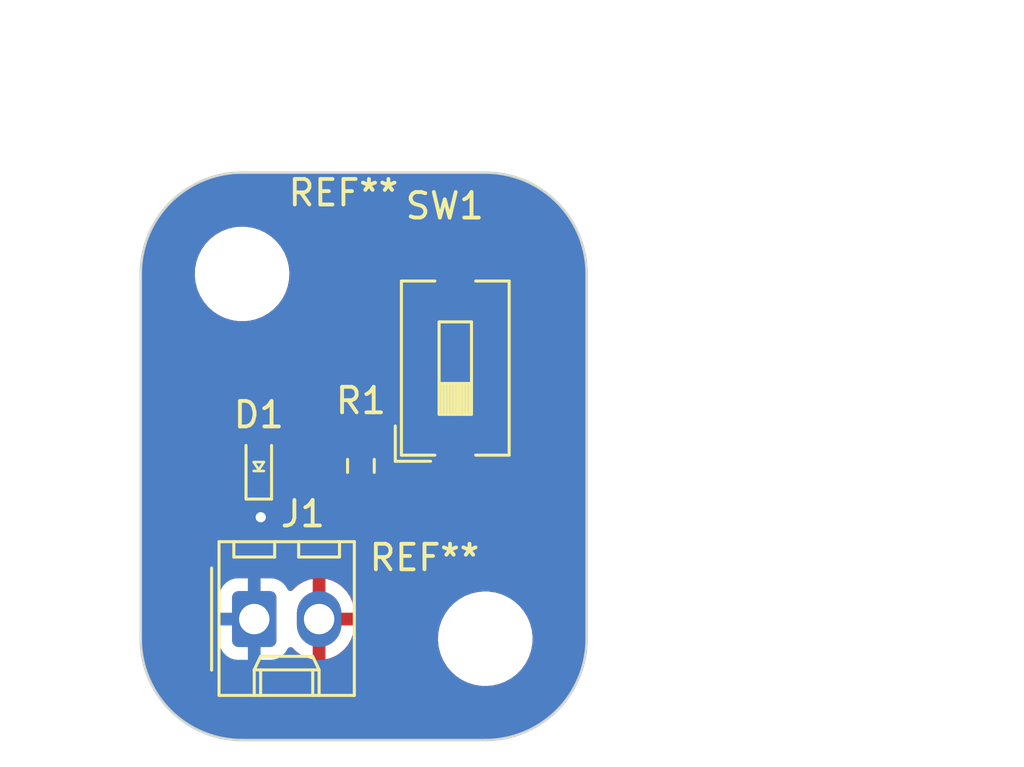
<source format=kicad_pcb>
(kicad_pcb (version 20221018) (generator pcbnew)
  (title_block (title "LED_Project") (date "2023-09-11") (rev "1.0") (company "Illini Solar Car") (comment 1 "Designed By: Emre Tan Anik"))
  (layers (0 "F.Cu" signal) (31 "B.Cu" signal) (34 "B.Paste" user) (35 "F.Paste" user) (36 "B.SilkS" user "B.Silkscreen") (37 "F.SilkS" user "F.Silkscreen") (38 "B.Mask" user) (39 "F.Mask" user) (44 "Edge.Cuts" user))
  (net 0 "")
  (net 1 "GND")
  (net 2 "Net-(D1-A)")
  (net 3 "Net-(R1-Pad1)")
  (net 4 "+3V3")
  (footprint "layout:LED_0603_Symbol_on_F.SilkS" (layer "F.Cu") (at 121.304 94.83 90)
    (fp_text reference "D1" (at 2 0 180) (layer "F.SilkS"))
    (fp_text value "LED_RED")
    (fp_line (start -1.3 -0.5) (end -1.3 0.5) (stroke (width 0.12)) (layer "F.SilkS"))
    (fp_line (start -1.3 -0.5) (end 0.8 -0.5) (stroke (width 0.12)) (layer "F.SilkS"))
    (fp_line (start -1.3 0.5) (end 0.8 0.5) (stroke (width 0.12)) (layer "F.SilkS"))
    (fp_line (start -0.2 -0.2) (end -0.2 0.2) (stroke (width 0.1)) (layer "F.SilkS"))
    (fp_line (start -0.15 0) (end 0.15 -0.2) (stroke (width 0.1)) (layer "F.SilkS"))
    (fp_line (start 0.15 -0.2) (end 0.15 0.2) (stroke (width 0.1)) (layer "F.SilkS"))
    (fp_line (start 0.15 0.2) (end -0.15 0) (stroke (width 0.1)) (layer "F.SilkS"))
    (pad "1" smd rect (at -0.8 0 270) (size 0.8 0.8) (layers "F.Cu" "F.Paste" "F.Mask") (net 1 "GND"))
    (pad "2" smd rect (at 0.8 0 270) (size 0.8 0.8) (layers "F.Cu" "F.Paste" "F.Mask") (net 2 "Net-(D1-A)"))
  )
  (footprint "Button_Switch_SMD:SW_DIP_SPSTx01_Slide_6.7x4.1mm_W8.61mm_P2.54mm_LowProfile" (layer "F.Cu") (at 129 91 90)
    (fp_text reference "SW1" (at 6.35 -0.4125 180) (layer "F.SilkS"))
    (fp_text value "SW_Push")
    (fp_line (start -3.65 -2.35) (end -3.65 -0.967) (stroke (width 0.12)) (layer "F.SilkS"))
    (fp_line (start -3.65 -2.35) (end -2.267 -2.35) (stroke (width 0.12)) (layer "F.SilkS"))
    (fp_line (start -3.41 -2.11) (end -3.41 -0.8) (stroke (width 0.12)) (layer "F.SilkS"))
    (fp_line (start -3.41 -2.11) (end 3.41 -2.11) (stroke (width 0.12)) (layer "F.SilkS"))
    (fp_line (start -3.41 0.8) (end -3.41 2.11) (stroke (width 0.12)) (layer "F.SilkS"))
    (fp_line (start -3.41 2.11) (end 3.41 2.11) (stroke (width 0.12)) (layer "F.SilkS"))
    (fp_line (start -1.81 -0.635) (end -1.81 0.635) (stroke (width 0.12)) (layer "F.SilkS"))
    (fp_line (start -1.81 -0.515) (end -0.603333 -0.515) (stroke (width 0.12)) (layer "F.SilkS"))
    (fp_line (start -1.81 -0.395) (end -0.603333 -0.395) (stroke (width 0.12)) (layer "F.SilkS"))
    (fp_line (start -1.81 -0.275) (end -0.603333 -0.275) (stroke (width 0.12)) (layer "F.SilkS"))
    (fp_line (start -1.81 -0.155) (end -0.603333 -0.155) (stroke (width 0.12)) (layer "F.SilkS"))
    (fp_line (start -1.81 -0.035) (end -0.603333 -0.035) (stroke (width 0.12)) (layer "F.SilkS"))
    (fp_line (start -1.81 0.085) (end -0.603333 0.085) (stroke (width 0.12)) (layer "F.SilkS"))
    (fp_line (start -1.81 0.205) (end -0.603333 0.205) (stroke (width 0.12)) (layer "F.SilkS"))
    (fp_line (start -1.81 0.325) (end -0.603333 0.325) (stroke (width 0.12)) (layer "F.SilkS"))
    (fp_line (start -1.81 0.445) (end -0.603333 0.445) (stroke (width 0.12)) (layer "F.SilkS"))
    (fp_line (start -1.81 0.565) (end -0.603333 0.565) (stroke (width 0.12)) (layer "F.SilkS"))
    (fp_line (start -1.81 0.635) (end 1.81 0.635) (stroke (width 0.12)) (layer "F.SilkS"))
    (fp_line (start -0.603333 -0.635) (end -0.603333 0.635) (stroke (width 0.12)) (layer "F.SilkS"))
    (fp_line (start 1.81 -0.635) (end -1.81 -0.635) (stroke (width 0.12)) (layer "F.SilkS"))
    (fp_line (start 1.81 0.635) (end 1.81 -0.635) (stroke (width 0.12)) (layer "F.SilkS"))
    (fp_line (start 3.41 -2.11) (end 3.41 -0.8) (stroke (width 0.12)) (layer "F.SilkS"))
    (fp_line (start 3.41 0.8) (end 3.41 2.11) (stroke (width 0.12)) (layer "F.SilkS"))
    (pad "1" smd rect (at -4.305 0 90) (size 2.44 1.12) (layers "F.Cu" "F.Paste" "F.Mask") (net 4 "+3V3"))
    (pad "2" smd rect (at 4.305 0 90) (size 2.44 1.12) (layers "F.Cu" "F.Paste" "F.Mask") (net 3 "Net-(R1-Pad1)"))
  )
  (footprint "MountingHole:MountingHole_3.2mm_M3" (layer "F.Cu") (at 130.175 101.6)
    (fp_text reference "REF**" (at -2.38125 -3.175) (layer "F.SilkS"))
    (fp_text value "MountingHole_3.2mm_M3")
    (pad "" np_thru_hole circle (at 0 0) (size 3.2 3.2) (drill 3.2) (layers "*.Cu" "*.Mask"))
  )
  (footprint "Connector_Molex:Molex_KK-254_AE-6410-02A_1x02_P2.54mm_Vertical" (layer "F.Cu") (at 121.126 100.83)
    (fp_text reference "J1" (at 1.90525 -4.12) (layer "F.SilkS"))
    (fp_text value "Conn_01x02")
    (fp_line (start -1.67 -2) (end -1.67 2) (stroke (width 0.12)) (layer "F.SilkS"))
    (fp_line (start -1.38 -3.03) (end -1.38 2.99) (stroke (width 0.12)) (layer "F.SilkS"))
    (fp_line (start -1.38 2.99) (end 3.92 2.99) (stroke (width 0.12)) (layer "F.SilkS"))
    (fp_line (start -0.8 -3.03) (end -0.8 -2.43) (stroke (width 0.12)) (layer "F.SilkS"))
    (fp_line (start -0.8 -2.43) (end 0.8 -2.43) (stroke (width 0.12)) (layer "F.SilkS"))
    (fp_line (start 0 1.99) (end 0.25 1.46) (stroke (width 0.12)) (layer "F.SilkS"))
    (fp_line (start 0 1.99) (end 2.54 1.99) (stroke (width 0.12)) (layer "F.SilkS"))
    (fp_line (start 0 2.99) (end 0 1.99) (stroke (width 0.12)) (layer "F.SilkS"))
    (fp_line (start 0.25 1.46) (end 2.29 1.46) (stroke (width 0.12)) (layer "F.SilkS"))
    (fp_line (start 0.25 2.99) (end 0.25 1.99) (stroke (width 0.12)) (layer "F.SilkS"))
    (fp_line (start 0.8 -2.43) (end 0.8 -3.03) (stroke (width 0.12)) (layer "F.SilkS"))
    (fp_line (start 1.74 -3.03) (end 1.74 -2.43) (stroke (width 0.12)) (layer "F.SilkS"))
    (fp_line (start 1.74 -2.43) (end 3.34 -2.43) (stroke (width 0.12)) (layer "F.SilkS"))
    (fp_line (start 2.29 1.46) (end 2.54 1.99) (stroke (width 0.12)) (layer "F.SilkS"))
    (fp_line (start 2.29 2.99) (end 2.29 1.99) (stroke (width 0.12)) (layer "F.SilkS"))
    (fp_line (start 2.54 1.99) (end 2.54 2.99) (stroke (width 0.12)) (layer "F.SilkS"))
    (fp_line (start 3.34 -2.43) (end 3.34 -3.03) (stroke (width 0.12)) (layer "F.SilkS"))
    (fp_line (start 3.92 -3.03) (end -1.38 -3.03) (stroke (width 0.12)) (layer "F.SilkS"))
    (fp_line (start 3.92 2.99) (end 3.92 -3.03) (stroke (width 0.12)) (layer "F.SilkS"))
    (pad "1" thru_hole roundrect (at 0 0) (size 1.74 2.19) (drill 1.19) (layers "*.Cu" "*.Mask") (roundrect_rratio 0.143678) (net 1 "GND"))
    (pad "2" thru_hole oval (at 2.54 0) (size 1.74 2.19) (drill 1.19) (layers "*.Cu" "*.Mask") (net 4 "+3V3"))
  )
  (footprint "MountingHole:MountingHole_3.2mm_M3" (layer "F.Cu") (at 120.65 87.3125)
    (fp_text reference "REF**" (at 3.96875 -3.175) (layer "F.SilkS"))
    (fp_text value "MountingHole_3.2mm_M3")
    (pad "" np_thru_hole circle (at 0 0) (size 3.2 3.2) (drill 3.2) (layers "*.Cu" "*.Mask"))
  )
  (footprint "Resistor_SMD:R_0603_1608Metric_Pad0.98x0.95mm_HandSolder" (layer "F.Cu") (at 125.304 94.83 -90)
    (fp_text reference "R1" (at -2.5525 0 180) (layer "F.SilkS"))
    (fp_text value "105")
    (fp_line (start -0.254724 -0.5225) (end 0.254724 -0.5225) (stroke (width 0.12)) (layer "F.SilkS"))
    (fp_line (start -0.254724 0.5225) (end 0.254724 0.5225) (stroke (width 0.12)) (layer "F.SilkS"))
    (pad "1" smd roundrect (at -0.9125 0 270) (size 0.975 0.95) (layers "F.Cu" "F.Paste" "F.Mask") (net 3 "Net-(R1-Pad1)"))
    (pad "2" smd roundrect (at 0.9125 0 270) (size 0.975 0.95) (layers "F.Cu" "F.Paste" "F.Mask") (net 2 "Net-(D1-A)"))
  )
  (gr_line (start 120.65 105.56875) (end 130.175 105.56875) (stroke (width 0.1)) (layer "Edge.Cuts"))
  (gr_arc (start 130.175 83.34375) (mid 132.98133 84.50617) (end 134.143749 87.312499) (stroke (width 0.1)) (layer "Edge.Cuts"))
  (gr_line (start 134.14375 101.6) (end 134.14375 87.3125) (stroke (width 0.1)) (layer "Edge.Cuts"))
  (gr_arc (start 134.14375 101.6) (mid 132.98133 104.40633) (end 130.175 105.56875) (stroke (width 0.1)) (layer "Edge.Cuts"))
  (gr_line (start 116.68125 101.6) (end 116.681251 87.312499) (stroke (width 0.1)) (layer "Edge.Cuts"))
  (gr_arc (start 120.65 105.56875) (mid 117.84367 104.40633) (end 116.68125 101.6) (stroke (width 0.1)) (layer "Edge.Cuts"))
  (gr_arc (start 116.681251 87.312499) (mid 117.843671 84.50617) (end 120.65 83.34375) (stroke (width 0.1)) (layer "Edge.Cuts"))
  (gr_line (start 130.175 83.34375) (end 120.65 83.34375) (stroke (width 0.1)) (layer "Edge.Cuts"))
  (segment (start 121.304 95.63) (end 121.304 96.766) (width 0.25) (layer "F.Cu") (net 1))
  (segment (start 121.304 96.766) (end 121.38 96.842) (width 0.25) (layer "F.Cu") (net 1))
  (via (at 121.38 96.842) (size 0.8) (drill 0.4) (layers "F.Cu" "B.Cu") (net 1))
  (segment (start 125.304 95.7425) (end 124.0905 95.7425) (width 0.25) (layer "F.Cu") (net 2))
  (segment (start 124.0905 95.7425) (end 122.378 94.03) (width 0.25) (layer "F.Cu") (net 2))
  (segment (start 122.378 94.03) (end 121.304 94.03) (width 0.25) (layer "F.Cu") (net 2))
  (segment (start 127.463 86.695) (end 126.46 87.698) (width 0.25) (layer "F.Cu") (net 3))
  (segment (start 126.46 87.698) (end 126.46 92.7615) (width 0.25) (layer "F.Cu") (net 3))
  (segment (start 129 86.695) (end 127.463 86.695) (width 0.25) (layer "F.Cu") (net 3))
  (segment (start 126.46 92.7615) (end 125.304 93.9175) (width 0.25) (layer "F.Cu") (net 3))
  (zone (net 4) (net_name "+3V3") (layer "F.Cu") (connect_pads (clearance 0.508)) (min_thickness 0.25) (fill yes (thermal_gap 0.5) (thermal_bridge_width 0.5))
    (polygon (pts (xy 116.68125 83.34375) (xy 134.14375 83.34375) (xy 134.14375 105.56875) (xy 116.68125 105.56875)))
  )
  (zone (net 1) (net_name "GND") (layer "B.Cu") (priority 1) (connect_pads (clearance 0.508)) (min_thickness 0.25) (fill yes (thermal_gap 0.5) (thermal_bridge_width 0.5))
    (polygon (pts (xy 116.68125 83.34375) (xy 134.14375 83.34375) (xy 134.14375 105.56875) (xy 116.68125 105.56875)))
  )
)
</source>
